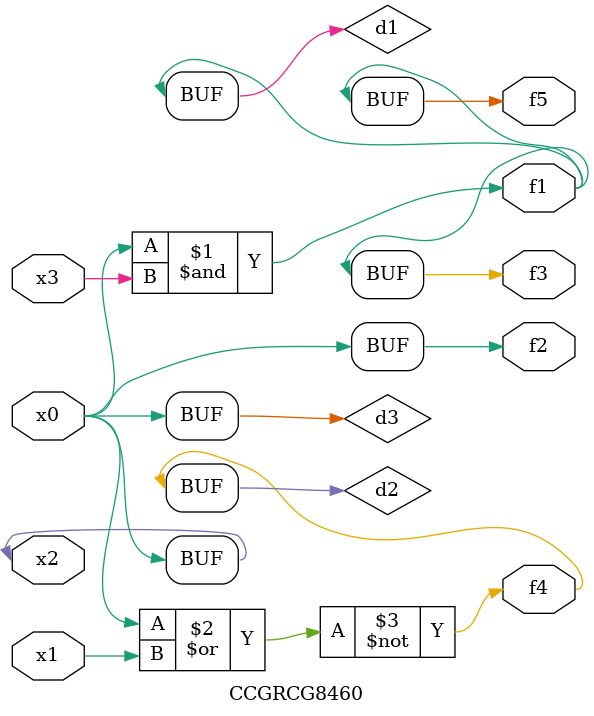
<source format=v>
module CCGRCG8460(
	input x0, x1, x2, x3,
	output f1, f2, f3, f4, f5
);

	wire d1, d2, d3;

	and (d1, x2, x3);
	nor (d2, x0, x1);
	buf (d3, x0, x2);
	assign f1 = d1;
	assign f2 = d3;
	assign f3 = d1;
	assign f4 = d2;
	assign f5 = d1;
endmodule

</source>
